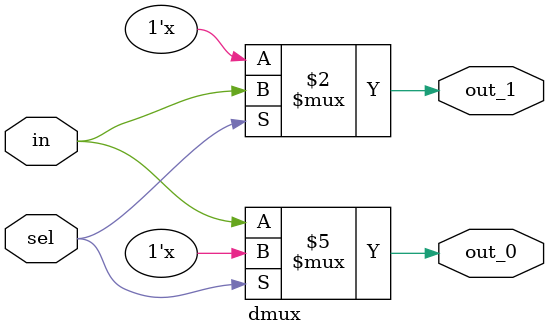
<source format=v>
/*
Name   : Nazim
Date   : 29th April, 2018
Design : 4_output Demultiplexar
*/


module dmux(
	input   in,
	input   sel,
	output  reg out_0, out_1
);

    localparam  OUT_0 = 1'b0;
    localparam  OUT_1 = 1'b1;
   
   

    always @ (*) begin
	    case (sel) 
			OUT_0 : out_0 <= in;
			OUT_1 : out_1 <= in;
			default : begin
					out_0 <= 1'bz; 
					out_1 <= 1'bz; 
				end
	    endcase
	end


endmodule

</source>
